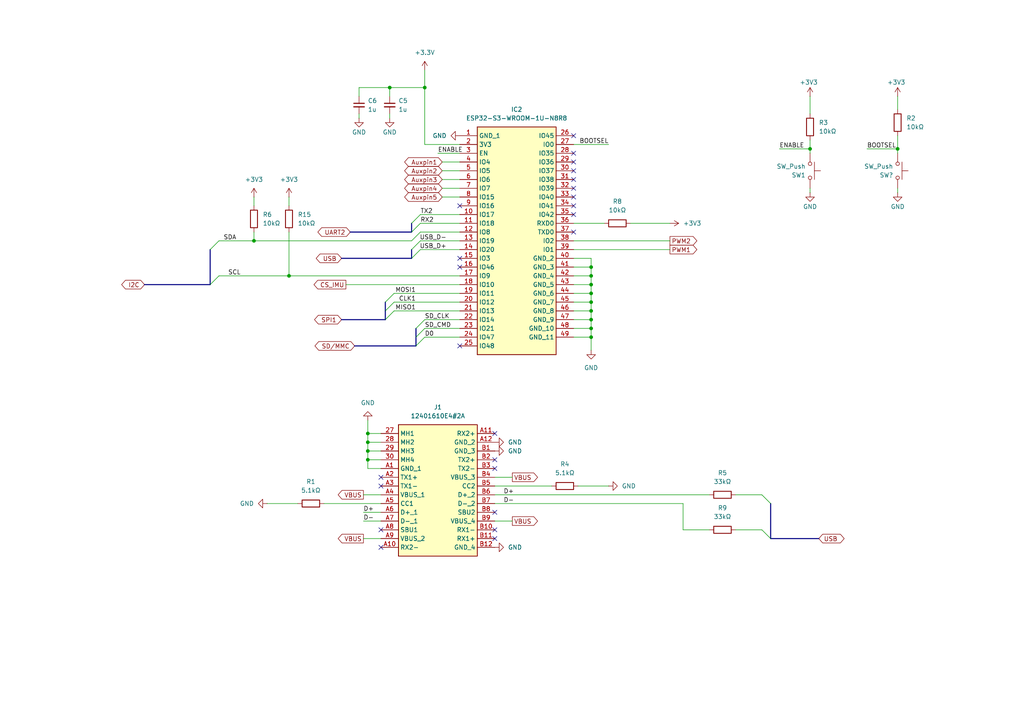
<source format=kicad_sch>
(kicad_sch (version 20250114) (generator "eeschema") (generator_version "9.0")
  (paper "A4")
  (lib_symbols
    (symbol "12401610E4#2A:12401610E4#2A"
      (property "Reference" "J" (at 29.21 7.62 0))
      (property "Value" "12401610E4#2A" (at 29.21 5.08 0))
      (symbol "12401610E4#2A_1_1"
        (rectangle (start 5.08 2.54) (end 27.94 -35.56) (stroke (width 0.254)) (fill (type background)))
        (pin passive line (at 0 0 0) (length 5.08) (name "MH1") (number "27"))
        (pin passive line (at 0 -2.54 0) (length 5.08) (name "MH2") (number "28"))
        (pin passive line (at 0 -5.08 0) (length 5.08) (name "MH3") (number "29"))
        (pin passive line (at 0 -7.62 0) (length 5.08) (name "MH4") (number "30"))
        (pin passive line (at 0 -10.16 0) (length 5.08) (name "GND_1") (number "A1"))
        (pin passive line (at 0 -12.7 0) (length 5.08) (name "TX1+") (number "A2"))
        (pin passive line (at 0 -15.24 0) (length 5.08) (name "TX1-") (number "A3"))
        (pin passive line (at 0 -17.78 0) (length 5.08) (name "VBUS_1") (number "A4"))
        (pin passive line (at 0 -20.32 0) (length 5.08) (name "CC1") (number "A5"))
        (pin passive line (at 0 -22.86 0) (length 5.08) (name "D+_1") (number "A6"))
        (pin passive line (at 0 -25.4 0) (length 5.08) (name "D-_1") (number "A7"))
        (pin passive line (at 0 -27.94 0) (length 5.08) (name "SBU1") (number "A8"))
        (pin passive line (at 0 -30.48 0) (length 5.08) (name "VBUS_2") (number "A9"))
        (pin passive line (at 0 -33.02 0) (length 5.08) (name "RX2-") (number "A10"))
        (pin passive line (at 33.02 0 180) (length 5.08) (name "RX2+") (number "A11"))
        (pin passive line (at 33.02 -2.54 180) (length 5.08) (name "GND_2") (number "A12"))
        (pin passive line (at 33.02 -5.08 180) (length 5.08) (name "GND_3") (number "B1"))
        (pin passive line (at 33.02 -7.62 180) (length 5.08) (name "TX2+") (number "B2"))
        (pin passive line (at 33.02 -10.16 180) (length 5.08) (name "TX2-") (number "B3"))
        (pin passive line (at 33.02 -12.7 180) (length 5.08) (name "VBUS_3") (number "B4"))
        (pin passive line (at 33.02 -15.24 180) (length 5.08) (name "CC2") (number "B5"))
        (pin passive line (at 33.02 -17.78 180) (length 5.08) (name "D+_2") (number "B6"))
        (pin passive line (at 33.02 -20.32 180) (length 5.08) (name "D-_2") (number "B7"))
        (pin passive line (at 33.02 -22.86 180) (length 5.08) (name "SBU2") (number "B8"))
        (pin passive line (at 33.02 -25.4 180) (length 5.08) (name "VBUS_4") (number "B9"))
        (pin passive line (at 33.02 -27.94 180) (length 5.08) (name "RX1-") (number "B10"))
        (pin passive line (at 33.02 -30.48 180) (length 5.08) (name "RX1+") (number "B11"))
        (pin passive line (at 33.02 -33.02 180) (length 5.08) (name "GND_4") (number "B12"))
      )
    )
    (symbol "Device:C_Small" (pin_numbers (hide yes)) (pin_names (offset 0.254) (hide yes))
      (property "Reference" "C" (at 0.254 1.778 0))
      (property "Value" "C_Small" (at 0.254 -2.032 0))
      (symbol "C_Small_0_1"
        (polyline (pts (xy -1.524 0.508) (xy 1.524 0.508)) (stroke (width 0.3048)))
        (polyline (pts (xy -1.524 -0.508) (xy 1.524 -0.508)) (stroke (width 0.3302)))
      )
      (symbol "C_Small_1_1"
        (pin passive line (at 0 2.54 270) (length 2.032) (name "~") (number "1"))
        (pin passive line (at 0 -2.54 90) (length 2.032) (name "~") (number "2"))
      )
    )
    (symbol "Device:R" (pin_numbers (hide yes)) (pin_names (offset 0))
      (property "Reference" "R" (at 2.032 0 90))
      (property "Value" "R" (at 0 0 90))
      (symbol "R_0_1"
        (rectangle (start -1.016 -2.54) (end 1.016 2.54) (stroke (width 0.254)))
      )
      (symbol "R_1_1"
        (pin passive line (at 0 3.81 270) (length 1.27) (name "~") (number "1"))
        (pin passive line (at 0 -3.81 90) (length 1.27) (name "~") (number "2"))
      )
    )
    (symbol "ESP32-S3-WROOM-1U-N8R8:ESP32-S3-WROOM-1U-N8R8"
      (property "Reference" "IC" (at 29.21 7.62 0))
      (property "Value" "ESP32-S3-WROOM-1U-N8R8" (at 29.21 5.08 0))
      (symbol "ESP32-S3-WROOM-1U-N8R8_1_1"
        (rectangle (start 5.08 2.54) (end 27.94 -63.5) (stroke (width 0.254)) (fill (type background)))
        (pin passive line (at 0 0 0) (length 5.08) (name "GND_1") (number "1"))
        (pin passive line (at 0 -2.54 0) (length 5.08) (name "3V3") (number "2"))
        (pin passive line (at 0 -5.08 0) (length 5.08) (name "EN") (number "3"))
        (pin passive line (at 0 -7.62 0) (length 5.08) (name "IO4") (number "4"))
        (pin passive line (at 0 -10.16 0) (length 5.08) (name "IO5") (number "5"))
        (pin passive line (at 0 -12.7 0) (length 5.08) (name "IO6") (number "6"))
        (pin passive line (at 0 -15.24 0) (length 5.08) (name "IO7") (number "7"))
        (pin passive line (at 0 -17.78 0) (length 5.08) (name "IO15") (number "8"))
        (pin passive line (at 0 -20.32 0) (length 5.08) (name "IO16") (number "9"))
        (pin passive line (at 0 -22.86 0) (length 5.08) (name "IO17") (number "10"))
        (pin passive line (at 0 -25.4 0) (length 5.08) (name "IO18") (number "11"))
        (pin passive line (at 0 -27.94 0) (length 5.08) (name "IO8") (number "12"))
        (pin passive line (at 0 -30.48 0) (length 5.08) (name "IO19") (number "13"))
        (pin passive line (at 0 -33.02 0) (length 5.08) (name "IO20") (number "14"))
        (pin passive line (at 0 -35.56 0) (length 5.08) (name "IO3") (number "15"))
        (pin passive line (at 0 -38.1 0) (length 5.08) (name "IO46") (number "16"))
        (pin passive line (at 0 -40.64 0) (length 5.08) (name "IO9") (number "17"))
        (pin passive line (at 0 -43.18 0) (length 5.08) (name "IO10") (number "18"))
        (pin passive line (at 0 -45.72 0) (length 5.08) (name "IO11") (number "19"))
        (pin passive line (at 0 -48.26 0) (length 5.08) (name "IO12") (number "20"))
        (pin passive line (at 0 -50.8 0) (length 5.08) (name "IO13") (number "21"))
        (pin passive line (at 0 -53.34 0) (length 5.08) (name "IO14") (number "22"))
        (pin passive line (at 0 -55.88 0) (length 5.08) (name "IO21") (number "23"))
        (pin passive line (at 0 -58.42 0) (length 5.08) (name "IO47") (number "24"))
        (pin passive line (at 0 -60.96 0) (length 5.08) (name "IO48") (number "25"))
        (pin passive line (at 33.02 0 180) (length 5.08) (name "IO45") (number "26"))
        (pin passive line (at 33.02 -2.54 180) (length 5.08) (name "IO0") (number "27"))
        (pin passive line (at 33.02 -5.08 180) (length 5.08) (name "IO35") (number "28"))
        (pin passive line (at 33.02 -7.62 180) (length 5.08) (name "IO36") (number "29"))
        (pin passive line (at 33.02 -10.16 180) (length 5.08) (name "IO37") (number "30"))
        (pin passive line (at 33.02 -12.7 180) (length 5.08) (name "IO38") (number "31"))
        (pin passive line (at 33.02 -15.24 180) (length 5.08) (name "IO39") (number "32"))
        (pin passive line (at 33.02 -17.78 180) (length 5.08) (name "IO40") (number "33"))
        (pin passive line (at 33.02 -20.32 180) (length 5.08) (name "IO41") (number "34"))
        (pin passive line (at 33.02 -22.86 180) (length 5.08) (name "IO42") (number "35"))
        (pin passive line (at 33.02 -25.4 180) (length 5.08) (name "RXD0") (number "36"))
        (pin passive line (at 33.02 -27.94 180) (length 5.08) (name "TXD0") (number "37"))
        (pin passive line (at 33.02 -30.48 180) (length 5.08) (name "IO2") (number "38"))
        (pin passive line (at 33.02 -33.02 180) (length 5.08) (name "IO1") (number "39"))
        (pin passive line (at 33.02 -35.56 180) (length 5.08) (name "GND_2") (number "40"))
        (pin passive line (at 33.02 -38.1 180) (length 5.08) (name "GND_3") (number "41"))
        (pin passive line (at 33.02 -40.64 180) (length 5.08) (name "GND_4") (number "42"))
        (pin passive line (at 33.02 -43.18 180) (length 5.08) (name "GND_5") (number "43"))
        (pin passive line (at 33.02 -45.72 180) (length 5.08) (name "GND_6") (number "44"))
        (pin passive line (at 33.02 -48.26 180) (length 5.08) (name "GND_7") (number "45"))
        (pin passive line (at 33.02 -50.8 180) (length 5.08) (name "GND_8") (number "46"))
        (pin passive line (at 33.02 -53.34 180) (length 5.08) (name "GND_9") (number "47"))
        (pin passive line (at 33.02 -55.88 180) (length 5.08) (name "GND_10") (number "48"))
        (pin passive line (at 33.02 -58.42 180) (length 5.08) (name "GND_11") (number "49"))
      )
    )
    (symbol "Switch:SW_Push" (pin_numbers (hide yes)) (pin_names (offset 1.016) (hide yes))
      (property "Reference" "SW" (at 1.27 2.54 0))
      (property "Value" "SW_Push" (at 0 -1.524 0))
      (symbol "SW_Push_0_1"
        (circle (center -2.032 0) (radius 0.508))
        (polyline (pts (xy 0 1.27) (xy 0 3.048)))
        (circle (center 2.032 0) (radius 0.508))
        (polyline (pts (xy 2.54 1.27) (xy -2.54 1.27)))
        (pin passive line (at -5.08 0 0) (length 2.54) (name "1") (number "1"))
        (pin passive line (at 5.08 0 180) (length 2.54) (name "2") (number "2"))
      )
    )
    (symbol "power:+3.3V" (power) (pin_numbers (hide yes)) (pin_names (offset 0) (hide yes))
      (property "Value" "+3.3V" (at 0 3.556 0))
      (symbol "+3.3V_0_1"
        (polyline (pts (xy -0.762 1.27) (xy 0 2.54)))
        (polyline (pts (xy 0 2.54) (xy 0.762 1.27)))
        (polyline (pts (xy 0 0) (xy 0 2.54)))
      )
      (symbol "+3.3V_1_1"
        (pin power_in line (at 0 0 90) (length 0) (name "~") (number "1"))
      )
    )
    (symbol "power:+3V3" (power) (pin_numbers (hide yes)) (pin_names (offset 0) (hide yes))
      (property "Value" "+3V3" (at 0 3.556 0))
      (symbol "+3V3_0_1"
        (polyline (pts (xy -0.762 1.27) (xy 0 2.54)))
        (polyline (pts (xy 0 2.54) (xy 0.762 1.27)))
        (polyline (pts (xy 0 0) (xy 0 2.54)))
      )
      (symbol "+3V3_1_1"
        (pin power_in line (at 0 0 90) (length 0) (name "~") (number "1"))
      )
    )
    (symbol "power:GND" (power) (pin_numbers (hide yes)) (pin_names (offset 0) (hide yes))
      (property "Value" "GND" (at 0 -3.81 0))
      (symbol "GND_0_1"
        (polyline (pts (xy 0 0) (xy 0 -1.27) (xy 1.27 -1.27) (xy 0 -2.54) (xy -1.27 -1.27) (xy 0 -1.27)))
      )
      (symbol "GND_1_1"
        (pin power_in line (at 0 0 270) (length 0) (name "~") (number "1"))
      )
    )
  )
  (junction (at 106.68 128.27))
  (junction (at 113.03 25.4))
  (junction (at 171.45 95.25))
  (junction (at 106.68 130.81))
  (junction (at 83.82 80.01))
  (junction (at 123.19 25.4))
  (junction (at 171.45 85.09))
  (junction (at 171.45 82.55))
  (junction (at 171.45 80.01))
  (junction (at 260.35 43.18))
  (junction (at 106.68 125.73))
  (junction (at 106.68 133.35))
  (junction (at 73.66 69.85))
  (junction (at 171.45 90.17))
  (junction (at 171.45 92.71))
  (junction (at 234.95 43.18))
  (junction (at 171.45 97.79))
  (junction (at 171.45 77.47))
  (junction (at 171.45 87.63))
  (no_connect (at 166.37 39.37))
  (no_connect (at 110.49 158.75))
  (no_connect (at 133.35 100.33))
  (no_connect (at 166.37 49.53))
  (no_connect (at 143.51 135.89))
  (no_connect (at 143.51 125.73))
  (no_connect (at 133.35 59.69))
  (no_connect (at 133.35 77.47))
  (no_connect (at 166.37 59.69))
  (no_connect (at 110.49 140.97))
  (no_connect (at 166.37 46.99))
  (no_connect (at 166.37 44.45))
  (no_connect (at 166.37 54.61))
  (no_connect (at 143.51 156.21))
  (no_connect (at 166.37 62.23))
  (no_connect (at 133.35 74.93))
  (no_connect (at 143.51 133.35))
  (no_connect (at 166.37 67.31))
  (no_connect (at 166.37 57.15))
  (no_connect (at 110.49 138.43))
  (no_connect (at 143.51 148.59))
  (no_connect (at 166.37 52.07))
  (no_connect (at 110.49 153.67))
  (no_connect (at 143.51 153.67))
  (bus_entry (at 63.5 69.85) (size -2.54 2.54))
  (bus_entry (at 220.98 143.51) (size 2.54 2.54))
  (bus_entry (at 119.38 67.31) (size 2.54 -2.54))
  (bus_entry (at 114.3 85.09) (size -2.54 2.54))
  (bus_entry (at 119.38 64.77) (size 2.54 -2.54))
  (bus_entry (at 119.38 72.39) (size 2.54 -2.54))
  (bus_entry (at 63.5 80.01) (size -2.54 2.54))
  (bus_entry (at 220.98 153.67) (size 2.54 2.54))
  (bus_entry (at 114.3 90.17) (size -2.54 2.54))
  (bus_entry (at 114.3 87.63) (size -2.54 2.54))
  (bus_entry (at 123.19 95.25) (size -2.54 2.54))
  (bus_entry (at 123.19 97.79) (size -2.54 2.54))
  (bus_entry (at 123.19 92.71) (size -2.54 2.54))
  (bus_entry (at 119.38 74.93) (size 2.54 -2.54))
  (wire (pts (xy 113.03 27.94) (xy 113.03 25.4)))
  (wire (pts (xy 106.68 130.81) (xy 110.49 130.81)))
  (wire (pts (xy 226.06 43.18) (xy 234.95 43.18)))
  (bus (pts (xy 60.96 72.39) (xy 60.96 82.55)))
  (wire (pts (xy 113.03 34.29) (xy 113.03 33.02)))
  (wire (pts (xy 128.27 46.99) (xy 133.35 46.99)))
  (wire (pts (xy 166.37 74.93) (xy 171.45 74.93)))
  (wire (pts (xy 167.64 140.97) (xy 176.53 140.97)))
  (bus (pts (xy 119.38 64.77) (xy 119.38 67.31)))
  (wire (pts (xy 123.19 92.71) (xy 133.35 92.71)))
  (wire (pts (xy 133.35 41.91) (xy 123.19 41.91)))
  (wire (pts (xy 260.35 27.94) (xy 260.35 31.75)))
  (wire (pts (xy 198.12 153.67) (xy 205.74 153.67)))
  (wire (pts (xy 166.37 64.77) (xy 175.26 64.77)))
  (wire (pts (xy 104.14 25.4) (xy 113.03 25.4)))
  (bus (pts (xy 41.91 82.55) (xy 60.96 82.55)))
  (wire (pts (xy 171.45 80.01) (xy 171.45 82.55)))
  (wire (pts (xy 171.45 90.17) (xy 171.45 92.71)))
  (wire (pts (xy 260.35 39.37) (xy 260.35 43.18)))
  (wire (pts (xy 182.88 64.77) (xy 194.31 64.77)))
  (wire (pts (xy 166.37 85.09) (xy 171.45 85.09)))
  (wire (pts (xy 106.68 133.35) (xy 106.68 135.89)))
  (wire (pts (xy 123.19 41.91) (xy 123.19 25.4)))
  (bus (pts (xy 111.76 87.63) (xy 111.76 90.17)))
  (wire (pts (xy 143.51 143.51) (xy 205.74 143.51)))
  (wire (pts (xy 213.36 143.51) (xy 220.98 143.51)))
  (bus (pts (xy 111.76 92.71) (xy 99.06 92.71)))
  (wire (pts (xy 110.49 146.05) (xy 93.98 146.05)))
  (wire (pts (xy 110.49 151.13) (xy 105.41 151.13)))
  (wire (pts (xy 106.68 133.35) (xy 110.49 133.35)))
  (wire (pts (xy 166.37 82.55) (xy 171.45 82.55)))
  (wire (pts (xy 110.49 143.51) (xy 105.41 143.51)))
  (wire (pts (xy 143.51 140.97) (xy 160.02 140.97)))
  (wire (pts (xy 260.35 55.88) (xy 260.35 54.61)))
  (wire (pts (xy 114.3 85.09) (xy 133.35 85.09)))
  (wire (pts (xy 128.27 49.53) (xy 133.35 49.53)))
  (wire (pts (xy 113.03 25.4) (xy 123.19 25.4)))
  (wire (pts (xy 143.51 146.05) (xy 198.12 146.05)))
  (bus (pts (xy 99.06 74.93) (xy 119.38 74.93)))
  (wire (pts (xy 171.45 87.63) (xy 171.45 90.17)))
  (bus (pts (xy 119.38 72.39) (xy 119.38 74.93)))
  (wire (pts (xy 166.37 77.47) (xy 171.45 77.47)))
  (wire (pts (xy 106.68 130.81) (xy 106.68 133.35)))
  (wire (pts (xy 143.51 138.43) (xy 148.59 138.43)))
  (wire (pts (xy 234.95 43.18) (xy 234.95 44.45)))
  (wire (pts (xy 123.19 95.25) (xy 133.35 95.25)))
  (wire (pts (xy 213.36 153.67) (xy 220.98 153.67)))
  (wire (pts (xy 63.5 69.85) (xy 73.66 69.85)))
  (wire (pts (xy 166.37 87.63) (xy 171.45 87.63)))
  (wire (pts (xy 234.95 40.64) (xy 234.95 43.18)))
  (wire (pts (xy 121.92 67.31) (xy 133.35 67.31)))
  (wire (pts (xy 83.82 80.01) (xy 133.35 80.01)))
  (wire (pts (xy 260.35 43.18) (xy 260.35 44.45)))
  (wire (pts (xy 105.41 148.59) (xy 110.49 148.59)))
  (wire (pts (xy 73.66 57.15) (xy 73.66 59.69)))
  (wire (pts (xy 73.66 67.31) (xy 73.66 69.85)))
  (wire (pts (xy 194.31 69.85) (xy 166.37 69.85)))
  (wire (pts (xy 127 44.45) (xy 133.35 44.45)))
  (wire (pts (xy 166.37 97.79) (xy 171.45 97.79)))
  (wire (pts (xy 171.45 97.79) (xy 171.45 101.6)))
  (wire (pts (xy 166.37 90.17) (xy 171.45 90.17)))
  (wire (pts (xy 166.37 95.25) (xy 171.45 95.25)))
  (wire (pts (xy 128.27 57.15) (xy 133.35 57.15)))
  (wire (pts (xy 73.66 69.85) (xy 119.38 69.85)))
  (bus (pts (xy 102.87 100.33) (xy 120.65 100.33)))
  (wire (pts (xy 106.68 121.92) (xy 106.68 125.73)))
  (wire (pts (xy 114.3 87.63) (xy 133.35 87.63)))
  (wire (pts (xy 171.45 92.71) (xy 171.45 95.25)))
  (bus (pts (xy 120.65 97.79) (xy 120.65 100.33)))
  (wire (pts (xy 106.68 135.89) (xy 110.49 135.89)))
  (wire (pts (xy 106.68 128.27) (xy 110.49 128.27)))
  (wire (pts (xy 123.19 97.79) (xy 133.35 97.79)))
  (wire (pts (xy 143.51 151.13) (xy 148.59 151.13)))
  (wire (pts (xy 63.5 80.01) (xy 83.82 80.01)))
  (wire (pts (xy 171.45 74.93) (xy 171.45 77.47)))
  (wire (pts (xy 104.14 27.94) (xy 104.14 25.4)))
  (wire (pts (xy 110.49 156.21) (xy 105.41 156.21)))
  (wire (pts (xy 166.37 72.39) (xy 194.31 72.39)))
  (wire (pts (xy 234.95 27.94) (xy 234.95 33.02)))
  (wire (pts (xy 83.82 67.31) (xy 83.82 80.01)))
  (wire (pts (xy 133.35 72.39) (xy 121.92 72.39)))
  (wire (pts (xy 198.12 146.05) (xy 198.12 153.67)))
  (wire (pts (xy 234.95 55.88) (xy 234.95 54.61)))
  (wire (pts (xy 83.82 57.15) (xy 83.82 59.69)))
  (wire (pts (xy 106.68 125.73) (xy 110.49 125.73)))
  (wire (pts (xy 128.27 52.07) (xy 133.35 52.07)))
  (wire (pts (xy 121.92 62.23) (xy 133.35 62.23)))
  (bus (pts (xy 101.6 67.31) (xy 119.38 67.31)))
  (wire (pts (xy 121.92 67.31) (xy 119.38 69.85)))
  (wire (pts (xy 121.92 64.77) (xy 133.35 64.77)))
  (wire (pts (xy 104.14 34.29) (xy 104.14 33.02)))
  (wire (pts (xy 251.46 43.18) (xy 260.35 43.18)))
  (wire (pts (xy 171.45 95.25) (xy 171.45 97.79)))
  (wire (pts (xy 106.68 125.73) (xy 106.68 128.27)))
  (wire (pts (xy 171.45 85.09) (xy 171.45 87.63)))
  (wire (pts (xy 166.37 80.01) (xy 171.45 80.01)))
  (wire (pts (xy 123.19 25.4) (xy 123.19 20.32)))
  (wire (pts (xy 86.36 146.05) (xy 77.47 146.05)))
  (wire (pts (xy 106.68 128.27) (xy 106.68 130.81)))
  (wire (pts (xy 128.27 54.61) (xy 133.35 54.61)))
  (wire (pts (xy 171.45 82.55) (xy 171.45 85.09)))
  (bus (pts (xy 223.52 156.21) (xy 237.49 156.21)))
  (wire (pts (xy 100.33 82.55) (xy 133.35 82.55)))
  (wire (pts (xy 166.37 41.91) (xy 176.53 41.91)))
  (bus (pts (xy 223.52 146.05) (xy 223.52 156.21)))
  (wire (pts (xy 121.92 69.85) (xy 133.35 69.85)))
  (bus (pts (xy 120.65 95.25) (xy 120.65 97.79)))
  (bus (pts (xy 111.76 90.17) (xy 111.76 92.71)))
  (wire (pts (xy 166.37 92.71) (xy 171.45 92.71)))
  (wire (pts (xy 171.45 77.47) (xy 171.45 80.01)))
  (wire (pts (xy 114.3 90.17) (xy 133.35 90.17)))
  (label "RX2" (at 121.92 64.77 0))
  (label "MISO1" (at 120.65 90.17 180))
  (label "BOOTSEL" (at 251.46 43.18 0))
  (label "SD_CMD" (at 123.19 95.25 0))
  (label "BOOTSEL" (at 176.53 41.91 180))
  (label "MOSI1" (at 120.65 85.09 180))
  (label "SDA" (at 68.58 69.85 180))
  (label "USB_D+" (at 129.54 72.39 180))
  (label "USB_D-" (at 129.54 69.85 180))
  (label "SD_CLK" (at 123.19 92.71 0))
  (label "D-" (at 146.05 146.05 0))
  (label "D0" (at 123.19 97.79 0))
  (label "TX2" (at 121.92 62.23 0))
  (label "CLK1" (at 120.65 87.63 180))
  (label "D-" (at 105.41 151.13 0))
  (label "SCL" (at 69.85 80.01 180))
  (label "ENABLE" (at 127 44.45 0))
  (label "D+" (at 105.41 148.59 0))
  (label "ENABLE" (at 226.06 43.18 0))
  (label "D+" (at 146.05 143.51 0))
  (global_label "VBUS" (shape output) (at 105.41 156.21 180) (property "Intersheetrefs" "${INTERSHEET_REFS}" (effects (hide yes))))
  (global_label "Auxpin1" (shape bidirectional) (at 128.27 46.99 180) (property "Intersheetrefs" "${INTERSHEET_REFS}" (effects (hide yes))))
  (global_label "Auxpin3" (shape bidirectional) (at 128.27 52.07 180) (property "Intersheetrefs" "${INTERSHEET_REFS}" (effects (hide yes))))
  (global_label "CS_IMU" (shape output) (at 100.33 82.55 180) (property "Intersheetrefs" "${INTERSHEET_REFS}" (effects (hide yes))))
  (global_label "SPI1" (shape bidirectional) (at 99.06 92.71 180) (property "Intersheetrefs" "${INTERSHEET_REFS}" (effects (hide yes))))
  (global_label "Auxpin5" (shape bidirectional) (at 128.27 57.15 180) (property "Intersheetrefs" "${INTERSHEET_REFS}" (effects (hide yes))))
  (global_label "Auxpin4" (shape bidirectional) (at 128.27 54.61 180) (property "Intersheetrefs" "${INTERSHEET_REFS}" (effects (hide yes))))
  (global_label "UART2" (shape bidirectional) (at 101.6 67.31 180) (property "Intersheetrefs" "${INTERSHEET_REFS}" (effects (hide yes))))
  (global_label "SD{slash}MMC" (shape bidirectional) (at 102.87 100.33 180) (property "Intersheetrefs" "${INTERSHEET_REFS}" (effects (hide yes))))
  (global_label "VBUS" (shape output) (at 148.59 138.43 0) (property "Intersheetrefs" "${INTERSHEET_REFS}" (effects (hide yes))))
  (global_label "PWM1" (shape output) (at 194.31 72.39 0) (property "Intersheetrefs" "${INTERSHEET_REFS}" (effects (hide yes))))
  (global_label "PWM2" (shape output) (at 194.31 69.85 0) (property "Intersheetrefs" "${INTERSHEET_REFS}" (effects (hide yes))))
  (global_label "USB" (shape bidirectional) (at 99.06 74.93 180) (property "Intersheetrefs" "${INTERSHEET_REFS}" (effects (hide yes))))
  (global_label "USB" (shape bidirectional) (at 237.49 156.21 0) (property "Intersheetrefs" "${INTERSHEET_REFS}" (effects (hide yes))))
  (global_label "VBUS" (shape output) (at 148.59 151.13 0) (property "Intersheetrefs" "${INTERSHEET_REFS}" (effects (hide yes))))
  (global_label "Auxpin2" (shape bidirectional) (at 128.27 49.53 180) (property "Intersheetrefs" "${INTERSHEET_REFS}" (effects (hide yes))))
  (global_label "VBUS" (shape output) (at 105.41 143.51 180) (property "Intersheetrefs" "${INTERSHEET_REFS}" (effects (hide yes))))
  (global_label "I2C" (shape bidirectional) (at 41.91 82.55 180) (property "Intersheetrefs" "${INTERSHEET_REFS}" (effects (hide yes))))
  (symbol (lib_id "Device:R") (at 260.35 35.56 0) (mirror y) (unit 1)
    (property "Reference" "R2" (at 262.89 34.2899 0) (effects (justify right)))
    (property "Value" "10kΩ" (at 262.89 36.8299 0) (effects (justify right)))
    (property "Footprint" "Resistor_SMD:R_0603_1608Metric_Pad0.98x0.95mm_HandSolder" (effects (hide yes)))
    (property "Description" "Resistor" (effects (hide yes)))
  )
  (symbol (lib_id "power:GND") (at 234.95 55.88 0) (mirror y) (unit 1)
    (property "Reference" "#PWR048" (effects (hide yes)))
    (property "Value" "GND" (at 234.95 59.944 0))
    (property "Description" "Power symbol creates a global label with name \"GND\" , ground" (effects (hide yes)))
  )
  (symbol (lib_id "Device:R") (at 73.66 63.5 180) (unit 1)
    (property "Reference" "R6" (at 76.2 62.2299 0) (effects (justify right)))
    (property "Value" "10kΩ" (at 76.2 64.7699 0) (effects (justify right)))
    (property "Footprint" "Resistor_SMD:R_0603_1608Metric_Pad0.98x0.95mm_HandSolder" (effects (hide yes)))
    (property "Description" "Resistor" (effects (hide yes)))
  )
  (symbol (lib_id "Device:C_Small") (at 113.03 30.48 0) (unit 1)
    (property "Reference" "C5" (at 115.57 29.2162 0) (effects (justify left)))
    (property "Value" "1u" (at 115.57 31.7562 0) (effects (justify left)))
    (property "Footprint" "Capacitor_SMD:C_0603_1608Metric_Pad1.08x0.95mm_HandSolder" (effects (hide yes)))
    (property "Description" "Unpolarized capacitor, small symbol" (effects (hide yes)))
  )
  (symbol (lib_id "power:GND") (at 143.51 128.27 90) (unit 1)
    (property "Reference" "#PWR03" (effects (hide yes)))
    (property "Value" "GND" (at 147.32 128.2699 90) (effects (justify right)))
    (property "Description" "Power symbol creates a global label with name \"GND\" , ground" (effects (hide yes)))
  )
  (symbol (lib_id "power:+3V3") (at 73.66 57.15 0) (unit 1)
    (property "Reference" "#PWR011" (effects (hide yes)))
    (property "Value" "+3V3" (at 73.66 52.07 0))
    (property "Description" "Power symbol creates a global label with name \"+3V3\"" (effects (hide yes)))
  )
  (symbol (lib_id "Device:C_Small") (at 104.14 30.48 0) (unit 1)
    (property "Reference" "C6" (at 106.68 29.2162 0) (effects (justify left)))
    (property "Value" "1u" (at 106.68 31.7562 0) (effects (justify left)))
    (property "Footprint" "Capacitor_SMD:C_0603_1608Metric_Pad1.08x0.95mm_HandSolder" (effects (hide yes)))
    (property "Description" "Unpolarized capacitor, small symbol" (effects (hide yes)))
  )
  (symbol (lib_id "power:GND") (at 143.51 130.81 90) (unit 1)
    (property "Reference" "#PWR04" (effects (hide yes)))
    (property "Value" "GND" (at 147.32 130.8099 90) (effects (justify right)))
    (property "Description" "Power symbol creates a global label with name \"GND\" , ground" (effects (hide yes)))
  )
  (symbol (lib_id "Switch:SW_Push") (at 260.35 49.53 270) (unit 1)
    (property "Reference" "SW?" (at 259.08 50.8001 90) (effects (justify right)))
    (property "Value" "SW_Push" (at 259.08 48.2601 90) (effects (justify right)))
    (property "Footprint" "Buttons:C4B1802110" (effects (hide yes)))
    (property "Description" "Push button switch, generic, two pins" (effects (hide yes)))
  )
  (symbol (lib_id "power:GND") (at 171.45 101.6 0) (unit 1)
    (property "Reference" "#PWR025" (effects (hide yes)))
    (property "Value" "GND" (at 171.45 106.68 0))
    (property "Description" "Power symbol creates a global label with name \"GND\" , ground" (effects (hide yes)))
  )
  (symbol (lib_id "power:GND") (at 260.35 55.88 0) (unit 1)
    (property "Reference" "#PWR?" (effects (hide yes)))
    (property "Value" "GND" (at 258.318 59.944 0) (effects (justify left)))
    (property "Description" "Power symbol creates a global label with name \"GND\" , ground" (effects (hide yes)))
  )
  (symbol (lib_id "power:+3.3V") (at 123.19 20.32 0) (unit 1)
    (property "Reference" "#PWR032" (effects (hide yes)))
    (property "Value" "+3.3V" (at 123.19 15.24 0))
    (property "Description" "Power symbol creates a global label with name \"+3.3V\"" (effects (hide yes)))
  )
  (symbol (lib_id "power:GND") (at 104.14 34.29 0) (mirror y) (unit 1)
    (property "Reference" "#PWR034" (effects (hide yes)))
    (property "Value" "GND" (at 104.14 38.354 0))
    (property "Description" "Power symbol creates a global label with name \"GND\" , ground" (effects (hide yes)))
  )
  (symbol (lib_id "power:+3V3") (at 194.31 64.77 270) (unit 1)
    (property "Reference" "#PWR026" (effects (hide yes)))
    (property "Value" "+3V3" (at 198.12 64.7699 90) (effects (justify left)))
    (property "Description" "Power symbol creates a global label with name \"+3V3\"" (effects (hide yes)))
  )
  (symbol (lib_id "Device:R") (at 163.83 140.97 90) (unit 1)
    (property "Reference" "R4" (at 163.83 134.62 90))
    (property "Value" "5.1kΩ" (at 163.83 137.16 90))
    (property "Footprint" "Resistor_SMD:R_0603_1608Metric_Pad0.98x0.95mm_HandSolder" (effects (hide yes)))
    (property "Description" "Resistor" (effects (hide yes)))
  )
  (symbol (lib_id "Device:R") (at 209.55 153.67 90) (unit 1)
    (property "Reference" "R9" (at 209.55 147.32 90))
    (property "Value" "33kΩ" (at 209.55 149.86 90))
    (property "Footprint" "Resistor_SMD:R_0603_1608Metric_Pad0.98x0.95mm_HandSolder" (effects (hide yes)))
    (property "Description" "Resistor" (effects (hide yes)))
  )
  (symbol (lib_id "Device:R") (at 209.55 143.51 90) (unit 1)
    (property "Reference" "R5" (at 209.55 137.16 90))
    (property "Value" "33kΩ" (at 209.55 139.7 90))
    (property "Footprint" "Resistor_SMD:R_0603_1608Metric_Pad0.98x0.95mm_HandSolder" (effects (hide yes)))
    (property "Description" "Resistor" (effects (hide yes)))
  )
  (symbol (lib_id "Device:R") (at 90.17 146.05 270) (mirror x) (unit 1)
    (property "Reference" "R1" (at 90.17 139.7 90))
    (property "Value" "5.1kΩ" (at 90.17 142.24 90))
    (property "Footprint" "Resistor_SMD:R_0603_1608Metric_Pad0.98x0.95mm_HandSolder" (effects (hide yes)))
    (property "Description" "Resistor" (effects (hide yes)))
  )
  (symbol (lib_id "power:GND") (at 106.68 121.92 180) (unit 1)
    (property "Reference" "#PWR05" (effects (hide yes)))
    (property "Value" "GND" (at 106.68 116.84 0))
    (property "Description" "Power symbol creates a global label with name \"GND\" , ground" (effects (hide yes)))
  )
  (symbol (lib_id "Device:R") (at 83.82 63.5 180) (unit 1)
    (property "Reference" "R15" (at 86.36 62.2299 0) (effects (justify right)))
    (property "Value" "10kΩ" (at 86.36 64.7699 0) (effects (justify right)))
    (property "Footprint" "Resistor_SMD:R_0603_1608Metric_Pad0.98x0.95mm_HandSolder" (effects (hide yes)))
    (property "Description" "Resistor" (effects (hide yes)))
  )
  (symbol (lib_id "ESP32-S3-WROOM-1U-N8R8:ESP32-S3-WROOM-1U-N8R8") (at 133.35 39.37 0) (unit 1)
    (property "Reference" "IC2" (at 149.86 31.75 0))
    (property "Value" "ESP32-S3-WROOM-1U-N8R8" (at 149.86 34.29 0))
    (property "Footprint" "ESP32S3WROOM1UN8R8" (effects (hide yes)))
    (property "Datasheet" "https://www.espressif.com/sites/default/files/documentation/esp32-s3-wroom-1_wroom-1u_datasheet_en.pdf" (effects (hide yes)))
    (property "Description" "Multiprotocol Modules SMD Module, ESP32-S3R8, 8 MB Octal PSRAM Die, 8 MB Quad SPI Flash, IPEX Antenna Connector" (effects (hide yes)))
    (property "Height" "3.35" (effects (hide yes)))
    (property "Mouser Part Number" "356-ESP32S3WRM1UN8R8" (effects (hide yes)))
    (property "Mouser Price/Stock" "https://www.mouser.co.uk/ProductDetail/Espressif-Systems/ESP32-S3-WROOM-1U-N8R8?qs=Li%252BoUPsLEnvOglIa3CypaQ%3D%3D" (effects (hide yes)))
    (property "Manufacturer_Name" "Espressif Systems" (effects (hide yes)))
    (property "Manufacturer_Part_Number" "ESP32-S3-WROOM-1U-N8R8" (effects (hide yes)))
  )
  (symbol (lib_id "power:GND") (at 176.53 140.97 90) (unit 1)
    (property "Reference" "#PWR06" (effects (hide yes)))
    (property "Value" "GND" (at 180.34 140.9699 90) (effects (justify right)))
    (property "Description" "Power symbol creates a global label with name \"GND\" , ground" (effects (hide yes)))
  )
  (symbol (lib_id "power:GND") (at 77.47 146.05 270) (mirror x) (unit 1)
    (property "Reference" "#PWR07" (effects (hide yes)))
    (property "Value" "GND" (at 73.66 146.0499 90) (effects (justify right)))
    (property "Description" "Power symbol creates a global label with name \"GND\" , ground" (effects (hide yes)))
  )
  (symbol (lib_id "power:+3V3") (at 260.35 27.94 0) (mirror y) (unit 1)
    (property "Reference" "#PWR013" (effects (hide yes)))
    (property "Value" "+3V3" (at 257.302 23.876 0) (effects (justify right)))
    (property "Description" "Power symbol creates a global label with name \"+3V3\"" (effects (hide yes)))
  )
  (symbol (lib_id "power:+3V3") (at 83.82 57.15 0) (unit 1)
    (property "Reference" "#PWR037" (effects (hide yes)))
    (property "Value" "+3V3" (at 83.82 52.07 0))
    (property "Description" "Power symbol creates a global label with name \"+3V3\"" (effects (hide yes)))
  )
  (symbol (lib_id "12401610E4#2A:12401610E4#2A") (at 110.49 125.73 0) (unit 1)
    (property "Reference" "J1" (at 127 118.11 0))
    (property "Value" "12401610E4#2A" (at 127 120.65 0))
    (property "Footprint" "12401610E42A" (effects (hide yes)))
    (property "Datasheet" "https://cdn.amphenol-cs.com/media/wysiwyg/files/drawing/c12401610_c.pdf" (effects (hide yes)))
    (property "Description" "USB3.2 GEN2, Type C, Top mount, CH 1.58mm, Dual Row SMT" (effects (hide yes)))
    (property "Height" "3.43" (effects (hide yes)))
    (property "Manufacturer_Name" "Amphenol Communications Solutions" (effects (hide yes)))
    (property "Manufacturer_Part_Number" "12401610E4#2A" (effects (hide yes)))
  )
  (symbol (lib_id "power:+3V3") (at 234.95 27.94 0) (unit 1)
    (property "Reference" "#PWR015" (effects (hide yes)))
    (property "Value" "+3V3" (at 231.902 23.876 0) (effects (justify left)))
    (property "Description" "Power symbol creates a global label with name \"+3V3\"" (effects (hide yes)))
  )
  (symbol (lib_id "power:GND") (at 113.03 34.29 0) (mirror y) (unit 1)
    (property "Reference" "#PWR035" (effects (hide yes)))
    (property "Value" "GND" (at 113.03 38.354 0))
    (property "Description" "Power symbol creates a global label with name \"GND\" , ground" (effects (hide yes)))
  )
  (symbol (lib_id "Device:R") (at 234.95 36.83 180) (unit 1)
    (property "Reference" "R3" (at 237.49 35.5599 0) (effects (justify right)))
    (property "Value" "10kΩ" (at 237.49 38.0999 0) (effects (justify right)))
    (property "Footprint" "Resistor_SMD:R_0603_1608Metric_Pad0.98x0.95mm_HandSolder" (effects (hide yes)))
    (property "Description" "Resistor" (effects (hide yes)))
  )
  (symbol (lib_id "Switch:SW_Push") (at 234.95 49.53 270) (unit 1)
    (property "Reference" "SW1" (at 233.68 50.8001 90) (effects (justify right)))
    (property "Value" "SW_Push" (at 233.68 48.2601 90) (effects (justify right)))
    (property "Footprint" "Buttons:C4B1802110" (effects (hide yes)))
    (property "Description" "Push button switch, generic, two pins" (effects (hide yes)))
  )
  (symbol (lib_id "Device:R") (at 179.07 64.77 90) (unit 1)
    (property "Reference" "R8" (at 179.07 58.42 90))
    (property "Value" "10kΩ" (at 179.07 60.96 90))
    (property "Footprint" "Resistor_SMD:R_0603_1608Metric_Pad0.98x0.95mm_HandSolder" (effects (hide yes)))
    (property "Description" "Resistor" (effects (hide yes)))
  )
  (symbol (lib_id "power:GND") (at 133.35 39.37 270) (unit 1)
    (property "Reference" "#PWR01" (effects (hide yes)))
    (property "Value" "GND" (at 129.54 39.3699 90) (effects (justify right)))
    (property "Description" "Power symbol creates a global label with name \"GND\" , ground" (effects (hide yes)))
  )
  (symbol (lib_id "power:GND") (at 143.51 158.75 90) (unit 1)
    (property "Reference" "#PWR02" (effects (hide yes)))
    (property "Value" "GND" (at 147.32 158.7499 90) (effects (justify right)))
    (property "Description" "Power symbol creates a global label with name \"GND\" , ground" (effects (hide yes)))
  )
)
</source>
